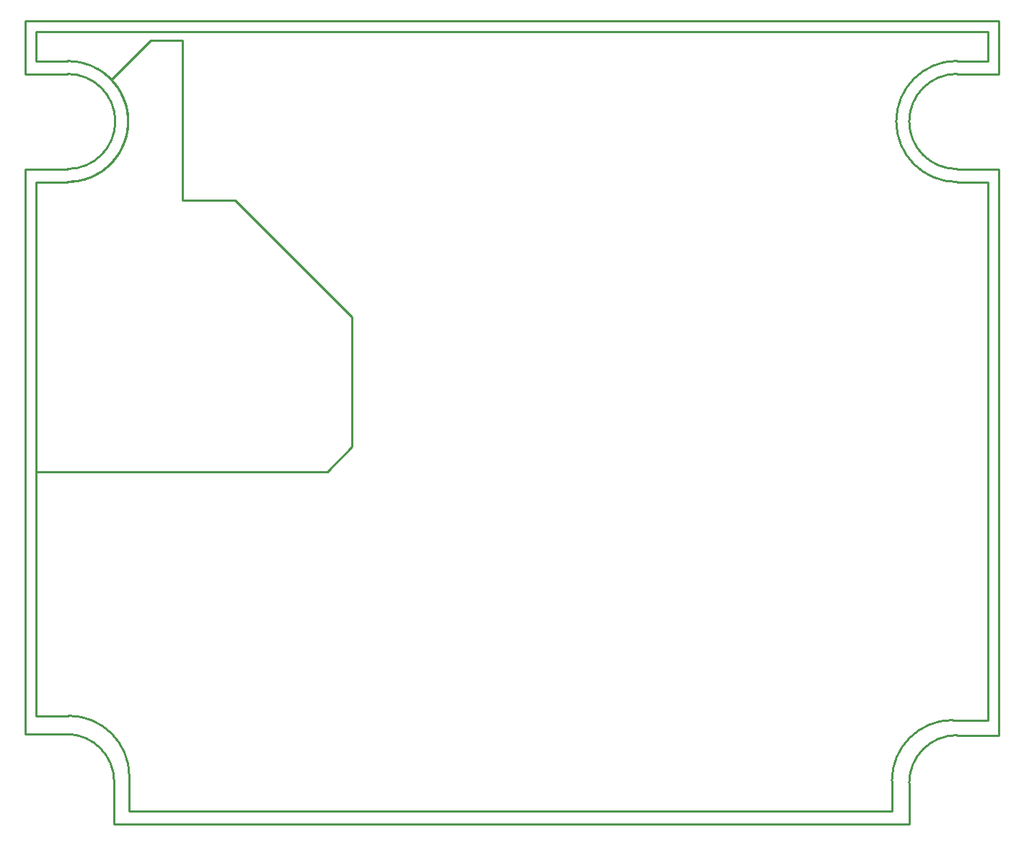
<source format=gko>
%FSLAX24Y24*%
%MOIN*%
G70*
G01*
G75*
G04 Layer_Color=16711935*
%ADD10R,0.0236X0.0335*%
%ADD11R,0.1100X0.0290*%
%ADD12R,0.0591X0.0512*%
%ADD13R,0.0630X0.0512*%
%ADD14R,0.0512X0.0591*%
%ADD15O,0.0630X0.0236*%
%ADD16R,0.0550X0.1181*%
%ADD17C,0.0100*%
%ADD18C,0.0500*%
%ADD19C,0.0787*%
%ADD20O,0.0866X0.1102*%
%ADD21C,0.0669*%
G04:AMPARAMS|DCode=22|XSize=66.9mil|YSize=66.9mil|CornerRadius=8.4mil|HoleSize=0mil|Usage=FLASHONLY|Rotation=180.000|XOffset=0mil|YOffset=0mil|HoleType=Round|Shape=RoundedRectangle|*
%AMROUNDEDRECTD22*
21,1,0.0669,0.0502,0,0,180.0*
21,1,0.0502,0.0669,0,0,180.0*
1,1,0.0167,-0.0251,0.0251*
1,1,0.0167,0.0251,0.0251*
1,1,0.0167,0.0251,-0.0251*
1,1,0.0167,-0.0251,-0.0251*
%
%ADD22ROUNDEDRECTD22*%
%ADD23C,0.1000*%
%ADD24C,0.2500*%
G04:AMPARAMS|DCode=25|XSize=75mil|YSize=75mil|CornerRadius=9.4mil|HoleSize=0mil|Usage=FLASHONLY|Rotation=0.000|XOffset=0mil|YOffset=0mil|HoleType=Round|Shape=RoundedRectangle|*
%AMROUNDEDRECTD25*
21,1,0.0750,0.0563,0,0,0.0*
21,1,0.0563,0.0750,0,0,0.0*
1,1,0.0188,0.0281,-0.0281*
1,1,0.0188,-0.0281,-0.0281*
1,1,0.0188,-0.0281,0.0281*
1,1,0.0188,0.0281,0.0281*
%
%ADD25ROUNDEDRECTD25*%
%ADD26C,0.0750*%
G04:AMPARAMS|DCode=27|XSize=110mil|YSize=110mil|CornerRadius=13.8mil|HoleSize=0mil|Usage=FLASHONLY|Rotation=90.000|XOffset=0mil|YOffset=0mil|HoleType=Round|Shape=RoundedRectangle|*
%AMROUNDEDRECTD27*
21,1,0.1100,0.0825,0,0,90.0*
21,1,0.0825,0.1100,0,0,90.0*
1,1,0.0275,0.0413,0.0413*
1,1,0.0275,0.0413,-0.0413*
1,1,0.0275,-0.0413,-0.0413*
1,1,0.0275,-0.0413,0.0413*
%
%ADD27ROUNDEDRECTD27*%
%ADD28C,0.1100*%
%ADD29O,0.0850X0.1000*%
G04:AMPARAMS|DCode=30|XSize=110mil|YSize=110mil|CornerRadius=13.8mil|HoleSize=0mil|Usage=FLASHONLY|Rotation=180.000|XOffset=0mil|YOffset=0mil|HoleType=Round|Shape=RoundedRectangle|*
%AMROUNDEDRECTD30*
21,1,0.1100,0.0825,0,0,180.0*
21,1,0.0825,0.1100,0,0,180.0*
1,1,0.0275,-0.0413,0.0413*
1,1,0.0275,0.0413,0.0413*
1,1,0.0275,0.0413,-0.0413*
1,1,0.0275,-0.0413,-0.0413*
%
%ADD30ROUNDEDRECTD30*%
%ADD31C,0.1300*%
%ADD32C,0.0551*%
%ADD33C,0.0591*%
%ADD34R,0.0591X0.0591*%
%ADD35C,0.0500*%
%ADD36C,0.0098*%
%ADD37C,0.0050*%
%ADD38C,0.0079*%
%ADD39C,0.0060*%
%ADD40C,0.0010*%
%ADD41C,0.0080*%
%ADD42R,0.0457X0.0189*%
%ADD43R,0.0457X0.0189*%
%ADD44R,0.0316X0.0415*%
%ADD45R,0.1180X0.0370*%
%ADD46R,0.0671X0.0592*%
%ADD47R,0.0710X0.0592*%
%ADD48R,0.0592X0.0671*%
%ADD49O,0.0710X0.0316*%
%ADD50R,0.0630X0.1261*%
%ADD51C,0.0867*%
%ADD52O,0.0946X0.1182*%
%ADD53C,0.0749*%
G04:AMPARAMS|DCode=54|XSize=74.9mil|YSize=74.9mil|CornerRadius=12.4mil|HoleSize=0mil|Usage=FLASHONLY|Rotation=180.000|XOffset=0mil|YOffset=0mil|HoleType=Round|Shape=RoundedRectangle|*
%AMROUNDEDRECTD54*
21,1,0.0749,0.0502,0,0,180.0*
21,1,0.0502,0.0749,0,0,180.0*
1,1,0.0247,-0.0251,0.0251*
1,1,0.0247,0.0251,0.0251*
1,1,0.0247,0.0251,-0.0251*
1,1,0.0247,-0.0251,-0.0251*
%
%ADD54ROUNDEDRECTD54*%
%ADD55C,0.1080*%
%ADD56C,0.2580*%
G04:AMPARAMS|DCode=57|XSize=83mil|YSize=83mil|CornerRadius=13.4mil|HoleSize=0mil|Usage=FLASHONLY|Rotation=0.000|XOffset=0mil|YOffset=0mil|HoleType=Round|Shape=RoundedRectangle|*
%AMROUNDEDRECTD57*
21,1,0.0830,0.0563,0,0,0.0*
21,1,0.0563,0.0830,0,0,0.0*
1,1,0.0268,0.0281,-0.0281*
1,1,0.0268,-0.0281,-0.0281*
1,1,0.0268,-0.0281,0.0281*
1,1,0.0268,0.0281,0.0281*
%
%ADD57ROUNDEDRECTD57*%
%ADD58C,0.0830*%
G04:AMPARAMS|DCode=59|XSize=118mil|YSize=118mil|CornerRadius=17.8mil|HoleSize=0mil|Usage=FLASHONLY|Rotation=90.000|XOffset=0mil|YOffset=0mil|HoleType=Round|Shape=RoundedRectangle|*
%AMROUNDEDRECTD59*
21,1,0.1180,0.0825,0,0,90.0*
21,1,0.0825,0.1180,0,0,90.0*
1,1,0.0355,0.0413,0.0413*
1,1,0.0355,0.0413,-0.0413*
1,1,0.0355,-0.0413,-0.0413*
1,1,0.0355,-0.0413,0.0413*
%
%ADD59ROUNDEDRECTD59*%
%ADD60C,0.1180*%
%ADD61O,0.0930X0.1080*%
G04:AMPARAMS|DCode=62|XSize=118mil|YSize=118mil|CornerRadius=17.8mil|HoleSize=0mil|Usage=FLASHONLY|Rotation=180.000|XOffset=0mil|YOffset=0mil|HoleType=Round|Shape=RoundedRectangle|*
%AMROUNDEDRECTD62*
21,1,0.1180,0.0825,0,0,180.0*
21,1,0.0825,0.1180,0,0,180.0*
1,1,0.0355,-0.0413,0.0413*
1,1,0.0355,0.0413,0.0413*
1,1,0.0355,0.0413,-0.0413*
1,1,0.0355,-0.0413,-0.0413*
%
%ADD62ROUNDEDRECTD62*%
%ADD63C,0.1380*%
%ADD64C,0.0631*%
%ADD65C,0.0671*%
%ADD66R,0.0671X0.0671*%
%ADD67C,0.0580*%
D17*
X3232Y30133D02*
G03*
X3253Y35056I-1332J2467D01*
G01*
X4750Y2300D02*
G03*
X1950Y5100I-2800J0D01*
G01*
X42800Y4900D02*
G03*
X40000Y2100I0J-2800D01*
G01*
X1900Y29800D02*
G03*
X1900Y35400I0J2800D01*
G01*
X43000D02*
G03*
X43000Y29800I0J-2800D01*
G01*
X1900Y29796D02*
G03*
X3932Y34533I0J2804D01*
G01*
X450Y16400D02*
Y29799D01*
X7200Y28950D02*
Y36350D01*
Y28950D02*
X9650D01*
X15050Y23550D01*
Y17550D02*
Y23550D01*
X13900Y16400D02*
X15050Y17550D01*
X450Y16400D02*
X13900D01*
X3950Y34550D02*
X5750Y36350D01*
X7200D01*
X450Y35400D02*
Y36750D01*
Y35400D02*
X1900D01*
X44450Y35400D02*
Y36750D01*
X450D02*
X44450D01*
X43000Y35400D02*
X44450Y35400D01*
Y4900D02*
Y29800D01*
X42800Y4900D02*
X44450D01*
X43000Y29800D02*
X44450D01*
X4750Y700D02*
X40000D01*
X450Y5100D02*
Y29799D01*
X450Y29800D01*
X1900D01*
X4750Y700D02*
Y2300D01*
X450Y5100D02*
X1950D01*
X40000Y700D02*
Y2100D01*
X4050Y2050D02*
G03*
X1850Y4250I-2200J0D01*
G01*
X43000Y4200D02*
G03*
X40800Y2000I0J-2200D01*
G01*
Y32600D02*
G03*
X43000Y30400I2200J0D01*
G01*
Y34800D02*
G03*
X40800Y32600I0J-2200D01*
G01*
X1900Y30400D02*
G03*
X4100Y32600I0J2200D01*
G01*
D02*
G03*
X1900Y34800I-2200J0D01*
G01*
X-50D02*
Y37250D01*
Y34800D02*
X1900D01*
X-50Y37250D02*
X44950D01*
Y34800D02*
Y37250D01*
X43000Y34800D02*
X44950D01*
X-50Y4250D02*
Y30400D01*
X4050Y100D02*
Y2050D01*
X-50Y4250D02*
X1850D01*
X4050Y100D02*
X40800D01*
Y2000D01*
X43000Y4200D02*
X44950D01*
Y30400D01*
X43000D02*
X44950D01*
X-50D02*
X1900D01*
M02*

</source>
